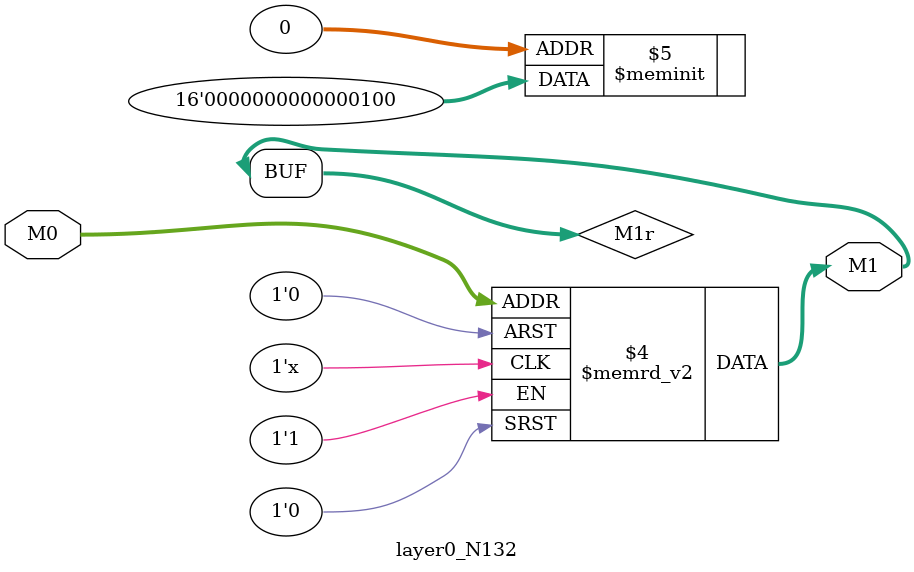
<source format=v>
module layer0_N132 ( input [2:0] M0, output [1:0] M1 );

	(*rom_style = "distributed" *) reg [1:0] M1r;
	assign M1 = M1r;
	always @ (M0) begin
		case (M0)
			3'b000: M1r = 2'b00;
			3'b100: M1r = 2'b00;
			3'b010: M1r = 2'b00;
			3'b110: M1r = 2'b00;
			3'b001: M1r = 2'b01;
			3'b101: M1r = 2'b00;
			3'b011: M1r = 2'b00;
			3'b111: M1r = 2'b00;

		endcase
	end
endmodule

</source>
